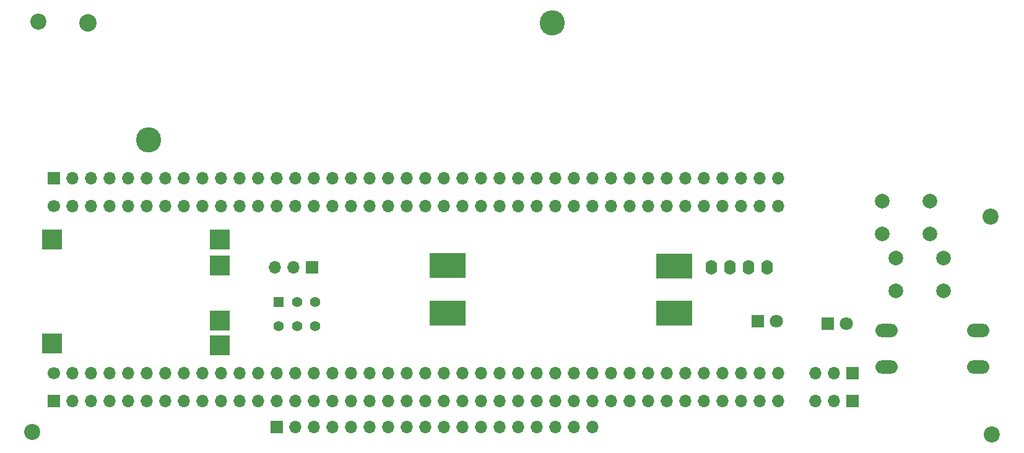
<source format=gbs>
G04 #@! TF.GenerationSoftware,KiCad,Pcbnew,(7.99.0-200-gad838e3d73)*
G04 #@! TF.CreationDate,2024-03-15T16:28:32+07:00*
G04 #@! TF.ProjectId,WMS,574d532e-6b69-4636-9164-5f7063625858,rev?*
G04 #@! TF.SameCoordinates,Original*
G04 #@! TF.FileFunction,Soldermask,Bot*
G04 #@! TF.FilePolarity,Negative*
%FSLAX46Y46*%
G04 Gerber Fmt 4.6, Leading zero omitted, Abs format (unit mm)*
G04 Created by KiCad (PCBNEW (7.99.0-200-gad838e3d73)) date 2024-03-15 16:28:32*
%MOMM*%
%LPD*%
G01*
G04 APERTURE LIST*
%ADD10C,2.000000*%
%ADD11R,1.400000X1.400000*%
%ADD12C,1.400000*%
%ADD13R,5.000000X3.500000*%
%ADD14C,2.390000*%
%ADD15C,3.450000*%
%ADD16C,2.200000*%
%ADD17R,1.700000X1.700000*%
%ADD18O,1.700000X1.700000*%
%ADD19O,1.600000X2.000000*%
%ADD20C,1.700000*%
%ADD21R,1.800000X1.800000*%
%ADD22C,1.800000*%
%ADD23O,3.048000X1.850000*%
%ADD24R,2.800000X2.800000*%
G04 APERTURE END LIST*
D10*
X194945000Y-85572600D03*
X188445000Y-85572600D03*
X194945000Y-81072600D03*
X188445000Y-81072600D03*
D11*
X105896399Y-94896399D03*
D12*
X108396400Y-94896400D03*
X110896400Y-94896400D03*
X105896400Y-98196400D03*
X108396400Y-98196400D03*
X110896400Y-98196400D03*
D10*
X190299200Y-88895800D03*
X196799200Y-88895800D03*
X190299200Y-93395800D03*
X196799200Y-93395800D03*
D13*
X160019999Y-89965999D03*
X160019999Y-96415999D03*
X129019999Y-96415999D03*
X129019999Y-89915999D03*
D14*
X79807000Y-56744600D03*
D15*
X88137000Y-72744600D03*
X143337000Y-56744600D03*
D16*
X203276200Y-83235800D03*
D17*
X75183999Y-108457999D03*
D18*
X77723999Y-108457999D03*
X80263999Y-108457999D03*
X82803999Y-108457999D03*
X85343999Y-108457999D03*
X87883999Y-108457999D03*
X90423999Y-108457999D03*
X92963999Y-108457999D03*
X95503999Y-108457999D03*
X98043999Y-108457999D03*
X100583999Y-108457999D03*
X103123999Y-108457999D03*
X105663999Y-108457999D03*
X108203999Y-108457999D03*
X110743999Y-108457999D03*
X113283999Y-108457999D03*
X115823999Y-108457999D03*
X118363999Y-108457999D03*
X120903999Y-108457999D03*
X123443999Y-108457999D03*
X125983999Y-108457999D03*
X128523999Y-108457999D03*
X131063999Y-108457999D03*
X133603999Y-108457999D03*
X136143999Y-108457999D03*
X138683999Y-108457999D03*
X141223999Y-108457999D03*
X143763999Y-108457999D03*
X146303999Y-108457999D03*
X148843999Y-108457999D03*
X151383999Y-108457999D03*
X153923999Y-108457999D03*
X156463999Y-108457999D03*
X159003999Y-108457999D03*
X161543999Y-108457999D03*
X164083999Y-108457999D03*
X166623999Y-108457999D03*
X169163999Y-108457999D03*
X171703999Y-108457999D03*
X174243999Y-108457999D03*
D17*
X110489999Y-90169999D03*
D18*
X107949999Y-90169999D03*
X105409999Y-90169999D03*
D19*
X165099999Y-90169999D03*
X167639999Y-90169999D03*
X170179999Y-90169999D03*
X172719999Y-90169999D03*
D17*
X184403999Y-108457999D03*
D18*
X181863999Y-108457999D03*
X179323999Y-108457999D03*
D16*
X73025000Y-56540400D03*
X203428600Y-112979200D03*
D20*
X75184000Y-81788000D03*
D18*
X77723999Y-81787999D03*
X80263999Y-81787999D03*
X82803999Y-81787999D03*
X85343999Y-81787999D03*
X87883999Y-81787999D03*
X90423999Y-81787999D03*
X92963999Y-81787999D03*
X95503999Y-81787999D03*
X98043999Y-81787999D03*
X100583999Y-81787999D03*
X103123999Y-81787999D03*
X105663999Y-81787999D03*
X108203999Y-81787999D03*
X110743999Y-81787999D03*
X113283999Y-81787999D03*
X115823999Y-81787999D03*
X118363999Y-81787999D03*
X120903999Y-81787999D03*
X123443999Y-81787999D03*
X125983999Y-81787999D03*
X128523999Y-81787999D03*
X131063999Y-81787999D03*
X133603999Y-81787999D03*
X136143999Y-81787999D03*
X138683999Y-81787999D03*
X141223999Y-81787999D03*
X143763999Y-81787999D03*
X146303999Y-81787999D03*
X148843999Y-81787999D03*
X151383999Y-81787999D03*
X153923999Y-81787999D03*
X156463999Y-81787999D03*
X159003999Y-81787999D03*
X161543999Y-81787999D03*
X164083999Y-81787999D03*
X166623999Y-81787999D03*
X169163999Y-81787999D03*
X171703999Y-81787999D03*
X174243999Y-81787999D03*
X174243999Y-104647999D03*
X171703999Y-104647999D03*
X169163999Y-104647999D03*
X166623999Y-104647999D03*
X164083999Y-104647999D03*
X161543999Y-104647999D03*
X159003999Y-104647999D03*
X156463999Y-104647999D03*
X153923999Y-104647999D03*
X151383999Y-104647999D03*
X148843999Y-104647999D03*
X146303999Y-104647999D03*
X143763999Y-104647999D03*
X141223999Y-104647999D03*
X138683999Y-104647999D03*
X136143999Y-104647999D03*
X133603999Y-104647999D03*
X131063999Y-104647999D03*
X128523999Y-104647999D03*
X125983999Y-104647999D03*
X123443999Y-104647999D03*
X120903999Y-104647999D03*
X118363999Y-104647999D03*
X115823999Y-104647999D03*
X113283999Y-104647999D03*
X110743999Y-104647999D03*
X108203999Y-104647999D03*
X105663999Y-104647999D03*
X103123999Y-104647999D03*
X100583999Y-104647999D03*
X98043999Y-104647999D03*
X95503999Y-104647999D03*
X92963999Y-104647999D03*
X90423999Y-104647999D03*
X87883999Y-104647999D03*
X85343999Y-104647999D03*
X82803999Y-104647999D03*
X80263999Y-104647999D03*
X77723999Y-104647999D03*
D20*
X75184000Y-104648000D03*
D18*
X179323999Y-104647999D03*
X181863999Y-104647999D03*
D17*
X184403999Y-104647999D03*
D21*
X180944599Y-97891599D03*
D22*
X183484600Y-97891600D03*
D16*
X72212200Y-112699800D03*
D21*
X171449999Y-97485199D03*
D22*
X173990000Y-97485200D03*
D23*
X189048999Y-98809799D03*
X201548999Y-98809799D03*
X189048999Y-103809799D03*
X201548999Y-103809799D03*
D17*
X105663999Y-112013999D03*
D18*
X108203999Y-112013999D03*
X110743999Y-112013999D03*
X113283999Y-112013999D03*
X115823999Y-112013999D03*
X118363999Y-112013999D03*
X120903999Y-112013999D03*
X123443999Y-112013999D03*
X125983999Y-112013999D03*
X128523999Y-112013999D03*
X131063999Y-112013999D03*
X133603999Y-112013999D03*
X136143999Y-112013999D03*
X138683999Y-112013999D03*
X141223999Y-112013999D03*
X143763999Y-112013999D03*
X146303999Y-112013999D03*
X148843999Y-112013999D03*
D24*
X74929999Y-86359999D03*
X74929999Y-100559999D03*
X97829999Y-86359999D03*
X97829999Y-100859999D03*
X97829999Y-89859999D03*
X97829999Y-97459999D03*
D17*
X75183999Y-77977999D03*
D18*
X77723999Y-77977999D03*
X80263999Y-77977999D03*
X82803999Y-77977999D03*
X85343999Y-77977999D03*
X87883999Y-77977999D03*
X90423999Y-77977999D03*
X92963999Y-77977999D03*
X95503999Y-77977999D03*
X98043999Y-77977999D03*
X100583999Y-77977999D03*
X103123999Y-77977999D03*
X105663999Y-77977999D03*
X108203999Y-77977999D03*
X110743999Y-77977999D03*
X113283999Y-77977999D03*
X115823999Y-77977999D03*
X118363999Y-77977999D03*
X120903999Y-77977999D03*
X123443999Y-77977999D03*
X125983999Y-77977999D03*
X128523999Y-77977999D03*
X131063999Y-77977999D03*
X133603999Y-77977999D03*
X136143999Y-77977999D03*
X138683999Y-77977999D03*
X141223999Y-77977999D03*
X143763999Y-77977999D03*
X146303999Y-77977999D03*
X148843999Y-77977999D03*
X151383999Y-77977999D03*
X153923999Y-77977999D03*
X156463999Y-77977999D03*
X159003999Y-77977999D03*
X161543999Y-77977999D03*
X164083999Y-77977999D03*
X166623999Y-77977999D03*
X169163999Y-77977999D03*
X171703999Y-77977999D03*
X174243999Y-77977999D03*
M02*

</source>
